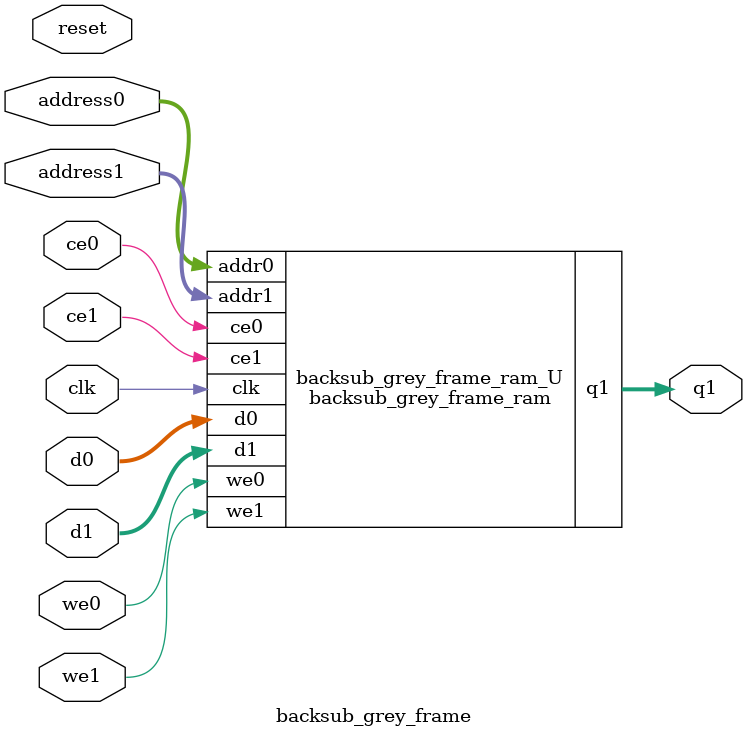
<source format=v>

`timescale 1 ns / 1 ps
module backsub_grey_frame_ram (addr0, ce0, d0, we0, addr1, ce1, d1, we1, q1,  clk);

parameter DWIDTH = 8;
parameter AWIDTH = 17;
parameter MEM_SIZE = 76800;

input[AWIDTH-1:0] addr0;
input ce0;
input[DWIDTH-1:0] d0;
input we0;
input[AWIDTH-1:0] addr1;
input ce1;
input[DWIDTH-1:0] d1;
input we1;
output reg[DWIDTH-1:0] q1;
input clk;

(* ram_style = "block" *)reg [DWIDTH-1:0] ram[MEM_SIZE-1:0];




always @(posedge clk)  
begin 
    if (ce0) 
    begin
        if (we0) 
        begin 
            ram[addr0] <= d0; 
        end 
    end
end


always @(posedge clk)  
begin 
    if (ce1) 
    begin
        if (we1) 
        begin 
            ram[addr1] <= d1; 
            q1 <= d1;
        end 
        else 
            q1 <= ram[addr1];
    end
end


endmodule


`timescale 1 ns / 1 ps
module backsub_grey_frame(
    reset,
    clk,
    address0,
    ce0,
    we0,
    d0,
    address1,
    ce1,
    we1,
    d1,
    q1);

parameter DataWidth = 32'd8;
parameter AddressRange = 32'd76800;
parameter AddressWidth = 32'd17;
input reset;
input clk;
input[AddressWidth - 1:0] address0;
input ce0;
input we0;
input[DataWidth - 1:0] d0;
input[AddressWidth - 1:0] address1;
input ce1;
input we1;
input[DataWidth - 1:0] d1;
output[DataWidth - 1:0] q1;



backsub_grey_frame_ram backsub_grey_frame_ram_U(
    .clk( clk ),
    .addr0( address0 ),
    .ce0( ce0 ),
    .d0( d0 ),
    .we0( we0 ),
    .addr1( address1 ),
    .ce1( ce1 ),
    .d1( d1 ),
    .we1( we1 ),
    .q1( q1 ));

endmodule


</source>
